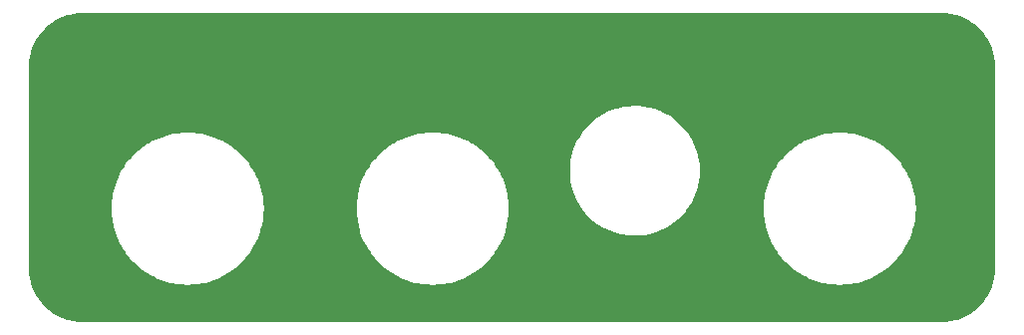
<source format=gbl>
G04 #@! TF.GenerationSoftware,KiCad,Pcbnew,6.0.5+dfsg-1~bpo11+1*
G04 #@! TF.CreationDate,2023-01-30T19:57:19+00:00*
G04 #@! TF.ProjectId,phasor_II_jack_panel,70686173-6f72-45f4-9949-5f6a61636b5f,0.1*
G04 #@! TF.SameCoordinates,Original*
G04 #@! TF.FileFunction,Copper,L2,Bot*
G04 #@! TF.FilePolarity,Positive*
%FSLAX46Y46*%
G04 Gerber Fmt 4.6, Leading zero omitted, Abs format (unit mm)*
G04 Created by KiCad (PCBNEW 6.0.5+dfsg-1~bpo11+1) date 2023-01-30 19:57:19*
%MOMM*%
%LPD*%
G01*
G04 APERTURE LIST*
G04 #@! TA.AperFunction,ViaPad*
%ADD10C,0.800000*%
G04 #@! TD*
G04 APERTURE END LIST*
D10*
X167513000Y-111252000D03*
G04 #@! TA.AperFunction,Conductor*
G36*
X193518018Y-90045000D02*
G01*
X193532851Y-90047310D01*
X193532855Y-90047310D01*
X193541724Y-90048691D01*
X193562183Y-90046016D01*
X193584008Y-90045072D01*
X193940937Y-90060656D01*
X193951886Y-90061614D01*
X194336379Y-90112233D01*
X194347205Y-90114142D01*
X194725822Y-90198080D01*
X194736439Y-90200925D01*
X194906702Y-90254608D01*
X195106302Y-90317542D01*
X195116615Y-90321295D01*
X195474932Y-90469715D01*
X195484876Y-90474353D01*
X195828867Y-90653423D01*
X195838387Y-90658919D01*
X196165468Y-90867292D01*
X196174472Y-90873597D01*
X196482138Y-91109678D01*
X196490558Y-91116743D01*
X196776483Y-91378744D01*
X196784256Y-91386517D01*
X197046257Y-91672442D01*
X197053322Y-91680862D01*
X197289403Y-91988528D01*
X197295708Y-91997532D01*
X197504081Y-92324613D01*
X197509577Y-92334133D01*
X197688643Y-92678115D01*
X197693289Y-92688077D01*
X197841702Y-93046377D01*
X197845461Y-93056706D01*
X197962075Y-93426561D01*
X197964920Y-93437178D01*
X198048858Y-93815795D01*
X198050767Y-93826621D01*
X198101386Y-94211114D01*
X198102344Y-94222064D01*
X198117603Y-94571552D01*
X198116223Y-94596429D01*
X198114309Y-94608724D01*
X198115473Y-94617626D01*
X198115473Y-94617628D01*
X198118436Y-94640283D01*
X198119500Y-94656621D01*
X198119500Y-111710633D01*
X198118000Y-111730018D01*
X198115690Y-111744851D01*
X198115690Y-111744855D01*
X198114309Y-111753724D01*
X198116984Y-111774183D01*
X198117928Y-111796008D01*
X198112825Y-111912876D01*
X198102344Y-112152936D01*
X198101386Y-112163886D01*
X198050767Y-112548379D01*
X198048858Y-112559205D01*
X197964920Y-112937822D01*
X197962075Y-112948439D01*
X197845461Y-113318294D01*
X197841702Y-113328623D01*
X197693289Y-113686923D01*
X197688643Y-113696885D01*
X197509577Y-114040867D01*
X197504081Y-114050387D01*
X197295708Y-114377468D01*
X197289403Y-114386472D01*
X197053322Y-114694138D01*
X197046257Y-114702558D01*
X196784256Y-114988483D01*
X196776483Y-114996256D01*
X196490558Y-115258257D01*
X196482138Y-115265322D01*
X196174472Y-115501403D01*
X196165468Y-115507708D01*
X195838387Y-115716081D01*
X195828868Y-115721576D01*
X195484876Y-115900647D01*
X195474932Y-115905285D01*
X195116615Y-116053705D01*
X195106302Y-116057458D01*
X194906702Y-116120392D01*
X194736439Y-116174075D01*
X194725822Y-116176920D01*
X194347205Y-116260858D01*
X194336379Y-116262767D01*
X193951886Y-116313386D01*
X193940937Y-116314344D01*
X193591446Y-116329603D01*
X193566571Y-116328223D01*
X193554276Y-116326309D01*
X193545374Y-116327473D01*
X193545372Y-116327473D01*
X193530323Y-116329441D01*
X193522714Y-116330436D01*
X193506379Y-116331500D01*
X120699367Y-116331500D01*
X120679982Y-116330000D01*
X120665149Y-116327690D01*
X120665145Y-116327690D01*
X120656276Y-116326309D01*
X120635817Y-116328984D01*
X120613992Y-116329928D01*
X120257063Y-116314344D01*
X120246114Y-116313386D01*
X119861621Y-116262767D01*
X119850795Y-116260858D01*
X119472178Y-116176920D01*
X119461561Y-116174075D01*
X119291298Y-116120392D01*
X119091698Y-116057458D01*
X119081385Y-116053705D01*
X118723068Y-115905285D01*
X118713124Y-115900647D01*
X118369132Y-115721576D01*
X118359613Y-115716081D01*
X118032532Y-115507708D01*
X118023528Y-115501403D01*
X117715862Y-115265322D01*
X117707442Y-115258257D01*
X117421517Y-114996256D01*
X117413744Y-114988483D01*
X117151743Y-114702558D01*
X117144678Y-114694138D01*
X116908597Y-114386472D01*
X116902292Y-114377468D01*
X116693919Y-114050387D01*
X116688423Y-114040867D01*
X116509357Y-113696885D01*
X116504711Y-113686923D01*
X116356298Y-113328623D01*
X116352539Y-113318294D01*
X116235925Y-112948439D01*
X116233080Y-112937822D01*
X116149142Y-112559205D01*
X116147233Y-112548379D01*
X116096614Y-112163886D01*
X116095656Y-112152936D01*
X116080561Y-111807208D01*
X116082188Y-111780805D01*
X116082769Y-111777352D01*
X116082770Y-111777345D01*
X116083576Y-111772552D01*
X116083729Y-111760000D01*
X116079773Y-111732376D01*
X116078500Y-111714514D01*
X116078500Y-106680000D01*
X123073515Y-106680000D01*
X123082473Y-106907992D01*
X123093449Y-107187355D01*
X123153128Y-107691581D01*
X123153611Y-107694008D01*
X123238840Y-108122484D01*
X123252184Y-108189571D01*
X123252854Y-108191947D01*
X123252857Y-108191959D01*
X123354087Y-108550892D01*
X123390007Y-108678254D01*
X123565747Y-109154617D01*
X123778320Y-109615723D01*
X123779518Y-109617862D01*
X123779523Y-109617872D01*
X123926432Y-109880197D01*
X124026415Y-110058729D01*
X124027787Y-110060782D01*
X124027788Y-110060784D01*
X124259134Y-110407017D01*
X124308504Y-110480905D01*
X124622846Y-110879646D01*
X124967505Y-111252495D01*
X125340354Y-111597154D01*
X125342297Y-111598686D01*
X125342302Y-111598690D01*
X125484301Y-111710633D01*
X125739095Y-111911496D01*
X126161271Y-112193585D01*
X126163419Y-112194788D01*
X126163424Y-112194791D01*
X126602128Y-112440477D01*
X126602138Y-112440482D01*
X126604277Y-112441680D01*
X126606518Y-112442713D01*
X127023423Y-112634909D01*
X127065383Y-112654253D01*
X127541746Y-112829993D01*
X127544130Y-112830665D01*
X127544135Y-112830667D01*
X128028041Y-112967143D01*
X128028053Y-112967146D01*
X128030429Y-112967816D01*
X128032849Y-112968297D01*
X128032860Y-112968300D01*
X128352734Y-113031926D01*
X128528419Y-113066872D01*
X128726236Y-113090285D01*
X129030192Y-113126261D01*
X129030200Y-113126262D01*
X129032645Y-113126551D01*
X129540000Y-113146485D01*
X130047355Y-113126551D01*
X130049800Y-113126262D01*
X130049808Y-113126261D01*
X130353764Y-113090285D01*
X130551581Y-113066872D01*
X130727266Y-113031926D01*
X131047140Y-112968300D01*
X131047151Y-112968297D01*
X131049571Y-112967816D01*
X131051947Y-112967146D01*
X131051959Y-112967143D01*
X131535865Y-112830667D01*
X131535870Y-112830665D01*
X131538254Y-112829993D01*
X132014617Y-112654253D01*
X132056578Y-112634909D01*
X132473482Y-112442713D01*
X132475723Y-112441680D01*
X132477862Y-112440482D01*
X132477872Y-112440477D01*
X132916576Y-112194791D01*
X132916581Y-112194788D01*
X132918729Y-112193585D01*
X133340905Y-111911496D01*
X133595699Y-111710633D01*
X133737698Y-111598690D01*
X133737703Y-111598686D01*
X133739646Y-111597154D01*
X134112495Y-111252495D01*
X134457154Y-110879646D01*
X134771496Y-110480905D01*
X134820867Y-110407017D01*
X135052212Y-110060784D01*
X135052213Y-110060782D01*
X135053585Y-110058729D01*
X135153568Y-109880197D01*
X135300477Y-109617872D01*
X135300482Y-109617862D01*
X135301680Y-109615723D01*
X135514253Y-109154617D01*
X135689993Y-108678254D01*
X135725913Y-108550892D01*
X135827143Y-108191959D01*
X135827146Y-108191947D01*
X135827816Y-108189571D01*
X135841161Y-108122484D01*
X135926389Y-107694008D01*
X135926872Y-107691581D01*
X135986551Y-107187355D01*
X136006485Y-106680000D01*
X143890604Y-106680000D01*
X143899562Y-106907992D01*
X143910538Y-107187355D01*
X143970217Y-107691581D01*
X143970700Y-107694008D01*
X144055929Y-108122484D01*
X144069273Y-108189571D01*
X144069943Y-108191947D01*
X144069946Y-108191959D01*
X144171176Y-108550892D01*
X144207096Y-108678254D01*
X144382836Y-109154617D01*
X144595409Y-109615723D01*
X144596607Y-109617862D01*
X144596612Y-109617872D01*
X144743521Y-109880197D01*
X144843504Y-110058729D01*
X144844876Y-110060782D01*
X144844877Y-110060784D01*
X145076223Y-110407017D01*
X145125593Y-110480905D01*
X145439935Y-110879646D01*
X145784594Y-111252495D01*
X146157443Y-111597154D01*
X146159386Y-111598686D01*
X146159391Y-111598690D01*
X146301390Y-111710633D01*
X146556184Y-111911496D01*
X146978360Y-112193585D01*
X146980508Y-112194788D01*
X146980513Y-112194791D01*
X147419217Y-112440477D01*
X147419227Y-112440482D01*
X147421366Y-112441680D01*
X147423607Y-112442713D01*
X147840512Y-112634909D01*
X147882472Y-112654253D01*
X148358835Y-112829993D01*
X148361219Y-112830665D01*
X148361224Y-112830667D01*
X148845130Y-112967143D01*
X148845142Y-112967146D01*
X148847518Y-112967816D01*
X148849938Y-112968297D01*
X148849949Y-112968300D01*
X149169823Y-113031926D01*
X149345508Y-113066872D01*
X149543325Y-113090285D01*
X149847281Y-113126261D01*
X149847289Y-113126262D01*
X149849734Y-113126551D01*
X150357089Y-113146485D01*
X150864444Y-113126551D01*
X150866889Y-113126262D01*
X150866897Y-113126261D01*
X151170853Y-113090285D01*
X151368670Y-113066872D01*
X151544355Y-113031926D01*
X151864229Y-112968300D01*
X151864240Y-112968297D01*
X151866660Y-112967816D01*
X151869036Y-112967146D01*
X151869048Y-112967143D01*
X152352954Y-112830667D01*
X152352959Y-112830665D01*
X152355343Y-112829993D01*
X152831706Y-112654253D01*
X152873667Y-112634909D01*
X153290571Y-112442713D01*
X153292812Y-112441680D01*
X153294951Y-112440482D01*
X153294961Y-112440477D01*
X153733665Y-112194791D01*
X153733670Y-112194788D01*
X153735818Y-112193585D01*
X154157994Y-111911496D01*
X154412788Y-111710633D01*
X154554787Y-111598690D01*
X154554792Y-111598686D01*
X154556735Y-111597154D01*
X154929584Y-111252495D01*
X155274243Y-110879646D01*
X155588585Y-110480905D01*
X155637956Y-110407017D01*
X155869301Y-110060784D01*
X155869302Y-110060782D01*
X155870674Y-110058729D01*
X155970657Y-109880197D01*
X156117566Y-109617872D01*
X156117571Y-109617862D01*
X156118769Y-109615723D01*
X156331342Y-109154617D01*
X156507082Y-108678254D01*
X156543002Y-108550892D01*
X156644232Y-108191959D01*
X156644235Y-108191947D01*
X156644905Y-108189571D01*
X156658250Y-108122484D01*
X156743478Y-107694008D01*
X156743961Y-107691581D01*
X156803640Y-107187355D01*
X156823574Y-106680000D01*
X156803640Y-106172645D01*
X156797817Y-106123442D01*
X156744251Y-105670871D01*
X156743961Y-105668419D01*
X156709015Y-105492734D01*
X156645389Y-105172860D01*
X156645386Y-105172849D01*
X156644905Y-105170429D01*
X156626838Y-105106366D01*
X156507756Y-104684135D01*
X156507754Y-104684130D01*
X156507082Y-104681746D01*
X156331342Y-104205383D01*
X156118769Y-103744277D01*
X156094428Y-103700812D01*
X156092959Y-103698189D01*
X161998457Y-103698189D01*
X161998677Y-103700806D01*
X161998677Y-103700812D01*
X162002327Y-103744277D01*
X162037096Y-104158330D01*
X162037538Y-104160943D01*
X162076172Y-104389356D01*
X162114104Y-104613623D01*
X162228939Y-105060877D01*
X162380796Y-105496952D01*
X162568611Y-105918791D01*
X162791066Y-106323434D01*
X162792518Y-106325620D01*
X162792522Y-106325626D01*
X162921013Y-106519020D01*
X163046600Y-106708044D01*
X163333421Y-107069923D01*
X163649518Y-107406531D01*
X163992672Y-107715509D01*
X164360478Y-107994689D01*
X164362709Y-107996105D01*
X164362715Y-107996109D01*
X164663733Y-108187140D01*
X164750355Y-108242112D01*
X164752682Y-108243328D01*
X164752688Y-108243332D01*
X165157231Y-108454822D01*
X165157236Y-108454824D01*
X165159569Y-108456044D01*
X165585248Y-108634983D01*
X165587756Y-108635798D01*
X165587759Y-108635799D01*
X166021893Y-108776858D01*
X166021897Y-108776859D01*
X166024408Y-108777675D01*
X166345591Y-108853008D01*
X166471392Y-108882514D01*
X166471396Y-108882515D01*
X166473968Y-108883118D01*
X166476585Y-108883505D01*
X166476588Y-108883505D01*
X166928153Y-108950187D01*
X166928157Y-108950187D01*
X166930775Y-108950574D01*
X167391624Y-108979568D01*
X167394256Y-108979513D01*
X167394263Y-108979513D01*
X167570282Y-108975825D01*
X167853283Y-108969897D01*
X168312513Y-108921630D01*
X168766094Y-108835105D01*
X168768623Y-108834399D01*
X168768631Y-108834397D01*
X169208310Y-108711637D01*
X169208321Y-108711633D01*
X169210844Y-108710929D01*
X169486946Y-108608247D01*
X169641171Y-108550892D01*
X169641177Y-108550889D01*
X169643644Y-108549972D01*
X170061457Y-108353364D01*
X170461353Y-108122484D01*
X170840527Y-107858951D01*
X171196319Y-107564614D01*
X171526234Y-107241538D01*
X171573004Y-107187355D01*
X171826223Y-106893997D01*
X171827958Y-106891987D01*
X171981976Y-106680000D01*
X178445515Y-106680000D01*
X178454473Y-106907992D01*
X178465449Y-107187355D01*
X178525128Y-107691581D01*
X178525611Y-107694008D01*
X178610840Y-108122484D01*
X178624184Y-108189571D01*
X178624854Y-108191947D01*
X178624857Y-108191959D01*
X178726087Y-108550892D01*
X178762007Y-108678254D01*
X178937747Y-109154617D01*
X179150320Y-109615723D01*
X179151518Y-109617862D01*
X179151523Y-109617872D01*
X179298432Y-109880197D01*
X179398415Y-110058729D01*
X179399787Y-110060782D01*
X179399788Y-110060784D01*
X179631134Y-110407017D01*
X179680504Y-110480905D01*
X179994846Y-110879646D01*
X180339505Y-111252495D01*
X180712354Y-111597154D01*
X180714297Y-111598686D01*
X180714302Y-111598690D01*
X180856301Y-111710633D01*
X181111095Y-111911496D01*
X181533271Y-112193585D01*
X181535419Y-112194788D01*
X181535424Y-112194791D01*
X181974128Y-112440477D01*
X181974138Y-112440482D01*
X181976277Y-112441680D01*
X181978518Y-112442713D01*
X182395423Y-112634909D01*
X182437383Y-112654253D01*
X182913746Y-112829993D01*
X182916130Y-112830665D01*
X182916135Y-112830667D01*
X183400041Y-112967143D01*
X183400053Y-112967146D01*
X183402429Y-112967816D01*
X183404849Y-112968297D01*
X183404860Y-112968300D01*
X183724734Y-113031926D01*
X183900419Y-113066872D01*
X184098236Y-113090285D01*
X184402192Y-113126261D01*
X184402200Y-113126262D01*
X184404645Y-113126551D01*
X184912000Y-113146485D01*
X185419355Y-113126551D01*
X185421800Y-113126262D01*
X185421808Y-113126261D01*
X185725764Y-113090285D01*
X185923581Y-113066872D01*
X186099266Y-113031926D01*
X186419140Y-112968300D01*
X186419151Y-112968297D01*
X186421571Y-112967816D01*
X186423947Y-112967146D01*
X186423959Y-112967143D01*
X186907865Y-112830667D01*
X186907870Y-112830665D01*
X186910254Y-112829993D01*
X187386617Y-112654253D01*
X187428578Y-112634909D01*
X187845482Y-112442713D01*
X187847723Y-112441680D01*
X187849862Y-112440482D01*
X187849872Y-112440477D01*
X188288576Y-112194791D01*
X188288581Y-112194788D01*
X188290729Y-112193585D01*
X188712905Y-111911496D01*
X188967699Y-111710633D01*
X189109698Y-111598690D01*
X189109703Y-111598686D01*
X189111646Y-111597154D01*
X189484495Y-111252495D01*
X189829154Y-110879646D01*
X190143496Y-110480905D01*
X190192867Y-110407017D01*
X190424212Y-110060784D01*
X190424213Y-110060782D01*
X190425585Y-110058729D01*
X190525568Y-109880197D01*
X190672477Y-109617872D01*
X190672482Y-109617862D01*
X190673680Y-109615723D01*
X190886253Y-109154617D01*
X191061993Y-108678254D01*
X191097913Y-108550892D01*
X191199143Y-108191959D01*
X191199146Y-108191947D01*
X191199816Y-108189571D01*
X191213161Y-108122484D01*
X191298389Y-107694008D01*
X191298872Y-107691581D01*
X191358551Y-107187355D01*
X191378485Y-106680000D01*
X191358551Y-106172645D01*
X191352728Y-106123442D01*
X191299162Y-105670871D01*
X191298872Y-105668419D01*
X191263926Y-105492734D01*
X191200300Y-105172860D01*
X191200297Y-105172849D01*
X191199816Y-105170429D01*
X191181749Y-105106366D01*
X191062667Y-104684135D01*
X191062665Y-104684130D01*
X191061993Y-104681746D01*
X190886253Y-104205383D01*
X190673680Y-103744277D01*
X190649339Y-103700812D01*
X190426791Y-103303424D01*
X190426788Y-103303419D01*
X190425585Y-103301271D01*
X190264529Y-103060233D01*
X190144876Y-102881160D01*
X190144873Y-102881156D01*
X190143496Y-102879095D01*
X189882352Y-102547835D01*
X189830690Y-102482302D01*
X189830686Y-102482297D01*
X189829154Y-102480354D01*
X189684269Y-102323618D01*
X189486158Y-102109304D01*
X189484495Y-102107505D01*
X189475004Y-102098732D01*
X189113466Y-101764528D01*
X189113460Y-101764523D01*
X189111646Y-101762846D01*
X188982349Y-101660916D01*
X188714853Y-101450040D01*
X188712905Y-101448504D01*
X188693089Y-101435263D01*
X188292784Y-101167788D01*
X188292782Y-101167787D01*
X188290729Y-101166415D01*
X188244617Y-101140591D01*
X187849872Y-100919523D01*
X187849862Y-100919518D01*
X187847723Y-100918320D01*
X187386617Y-100705747D01*
X186910254Y-100530007D01*
X186907870Y-100529335D01*
X186907865Y-100529333D01*
X186423959Y-100392857D01*
X186423947Y-100392854D01*
X186421571Y-100392184D01*
X186419151Y-100391703D01*
X186419140Y-100391700D01*
X186099266Y-100328074D01*
X185923581Y-100293128D01*
X185725764Y-100269715D01*
X185421808Y-100233739D01*
X185421800Y-100233738D01*
X185419355Y-100233449D01*
X184912000Y-100213515D01*
X184404645Y-100233449D01*
X184402200Y-100233738D01*
X184402192Y-100233739D01*
X184098236Y-100269715D01*
X183900419Y-100293128D01*
X183724734Y-100328074D01*
X183404860Y-100391700D01*
X183404849Y-100391703D01*
X183402429Y-100392184D01*
X183400053Y-100392854D01*
X183400041Y-100392857D01*
X182916135Y-100529333D01*
X182916130Y-100529335D01*
X182913746Y-100530007D01*
X182437383Y-100705747D01*
X181976277Y-100918320D01*
X181974138Y-100919518D01*
X181974128Y-100919523D01*
X181579383Y-101140591D01*
X181533271Y-101166415D01*
X181531218Y-101167787D01*
X181531216Y-101167788D01*
X181130912Y-101435263D01*
X181111095Y-101448504D01*
X181109147Y-101450040D01*
X180841652Y-101660916D01*
X180712354Y-101762846D01*
X180710540Y-101764523D01*
X180710534Y-101764528D01*
X180348996Y-102098732D01*
X180339505Y-102107505D01*
X180337842Y-102109304D01*
X180139732Y-102323618D01*
X179994846Y-102480354D01*
X179993314Y-102482297D01*
X179993310Y-102482302D01*
X179941648Y-102547835D01*
X179680504Y-102879095D01*
X179679127Y-102881156D01*
X179679124Y-102881160D01*
X179559471Y-103060233D01*
X179398415Y-103301271D01*
X179397212Y-103303419D01*
X179397209Y-103303424D01*
X179174662Y-103700812D01*
X179150320Y-103744277D01*
X178937747Y-104205383D01*
X178762007Y-104681746D01*
X178761335Y-104684130D01*
X178761333Y-104684135D01*
X178642252Y-105106366D01*
X178624184Y-105170429D01*
X178623703Y-105172849D01*
X178623700Y-105172860D01*
X178560074Y-105492734D01*
X178525128Y-105668419D01*
X178524838Y-105670871D01*
X178471273Y-106123442D01*
X178465449Y-106172645D01*
X178445515Y-106680000D01*
X171981976Y-106680000D01*
X172099374Y-106518416D01*
X172338578Y-106123442D01*
X172543893Y-105709838D01*
X172713878Y-105280505D01*
X172847341Y-104838453D01*
X172880651Y-104681746D01*
X172942800Y-104389356D01*
X172943347Y-104386783D01*
X173001220Y-103928664D01*
X173020557Y-103467309D01*
X173001220Y-103005954D01*
X172943347Y-102547835D01*
X172895688Y-102323618D01*
X172847887Y-102098732D01*
X172847885Y-102098724D01*
X172847341Y-102096165D01*
X172713878Y-101654113D01*
X172543893Y-101224780D01*
X172338578Y-100811176D01*
X172167888Y-100529333D01*
X172100740Y-100418457D01*
X172100736Y-100418451D01*
X172099374Y-100416202D01*
X171827958Y-100042631D01*
X171526234Y-99693080D01*
X171196319Y-99370004D01*
X170840527Y-99075667D01*
X170461353Y-98812134D01*
X170061457Y-98581254D01*
X169643644Y-98384646D01*
X169641177Y-98383729D01*
X169641171Y-98383726D01*
X169412862Y-98298819D01*
X169210844Y-98223689D01*
X169208321Y-98222985D01*
X169208310Y-98222981D01*
X168768631Y-98100221D01*
X168768623Y-98100219D01*
X168766094Y-98099513D01*
X168312513Y-98012988D01*
X167853283Y-97964721D01*
X167570282Y-97958793D01*
X167394263Y-97955105D01*
X167394256Y-97955105D01*
X167391624Y-97955050D01*
X166930775Y-97984044D01*
X166928157Y-97984431D01*
X166928153Y-97984431D01*
X166476588Y-98051113D01*
X166476585Y-98051113D01*
X166473968Y-98051500D01*
X166471396Y-98052103D01*
X166471392Y-98052104D01*
X166345591Y-98081610D01*
X166024408Y-98156943D01*
X166021897Y-98157759D01*
X166021893Y-98157760D01*
X165821164Y-98222981D01*
X165585248Y-98299635D01*
X165159569Y-98478574D01*
X165157236Y-98479794D01*
X165157231Y-98479796D01*
X164752688Y-98691286D01*
X164752682Y-98691290D01*
X164750355Y-98692506D01*
X164748127Y-98693920D01*
X164362715Y-98938509D01*
X164362709Y-98938513D01*
X164360478Y-98939929D01*
X163992672Y-99219109D01*
X163649518Y-99528087D01*
X163333421Y-99864695D01*
X163046600Y-100226574D01*
X163045137Y-100228776D01*
X162845448Y-100529333D01*
X162791066Y-100611184D01*
X162568611Y-101015827D01*
X162380796Y-101437666D01*
X162228939Y-101873741D01*
X162114104Y-102320995D01*
X162113662Y-102323610D01*
X162113660Y-102323618D01*
X162075736Y-102547835D01*
X162037096Y-102776288D01*
X161998457Y-103236429D01*
X161998457Y-103698189D01*
X156092959Y-103698189D01*
X155871880Y-103303424D01*
X155871877Y-103303419D01*
X155870674Y-103301271D01*
X155709618Y-103060233D01*
X155589965Y-102881160D01*
X155589962Y-102881156D01*
X155588585Y-102879095D01*
X155327441Y-102547835D01*
X155275779Y-102482302D01*
X155275775Y-102482297D01*
X155274243Y-102480354D01*
X155129358Y-102323618D01*
X154931247Y-102109304D01*
X154929584Y-102107505D01*
X154920093Y-102098732D01*
X154558555Y-101764528D01*
X154558549Y-101764523D01*
X154556735Y-101762846D01*
X154427438Y-101660916D01*
X154159942Y-101450040D01*
X154157994Y-101448504D01*
X154138178Y-101435263D01*
X153737873Y-101167788D01*
X153737871Y-101167787D01*
X153735818Y-101166415D01*
X153689706Y-101140591D01*
X153294961Y-100919523D01*
X153294951Y-100919518D01*
X153292812Y-100918320D01*
X152831706Y-100705747D01*
X152355343Y-100530007D01*
X152352959Y-100529335D01*
X152352954Y-100529333D01*
X151869048Y-100392857D01*
X151869036Y-100392854D01*
X151866660Y-100392184D01*
X151864240Y-100391703D01*
X151864229Y-100391700D01*
X151544355Y-100328074D01*
X151368670Y-100293128D01*
X151170853Y-100269715D01*
X150866897Y-100233739D01*
X150866889Y-100233738D01*
X150864444Y-100233449D01*
X150357089Y-100213515D01*
X149849734Y-100233449D01*
X149847289Y-100233738D01*
X149847281Y-100233739D01*
X149543325Y-100269715D01*
X149345508Y-100293128D01*
X149169823Y-100328074D01*
X148849949Y-100391700D01*
X148849938Y-100391703D01*
X148847518Y-100392184D01*
X148845142Y-100392854D01*
X148845130Y-100392857D01*
X148361224Y-100529333D01*
X148361219Y-100529335D01*
X148358835Y-100530007D01*
X147882472Y-100705747D01*
X147421366Y-100918320D01*
X147419227Y-100919518D01*
X147419217Y-100919523D01*
X147024472Y-101140591D01*
X146978360Y-101166415D01*
X146976307Y-101167787D01*
X146976305Y-101167788D01*
X146576001Y-101435263D01*
X146556184Y-101448504D01*
X146554236Y-101450040D01*
X146286741Y-101660916D01*
X146157443Y-101762846D01*
X146155629Y-101764523D01*
X146155623Y-101764528D01*
X145794085Y-102098732D01*
X145784594Y-102107505D01*
X145782931Y-102109304D01*
X145584821Y-102323618D01*
X145439935Y-102480354D01*
X145438403Y-102482297D01*
X145438399Y-102482302D01*
X145386737Y-102547835D01*
X145125593Y-102879095D01*
X145124216Y-102881156D01*
X145124213Y-102881160D01*
X145004560Y-103060233D01*
X144843504Y-103301271D01*
X144842301Y-103303419D01*
X144842298Y-103303424D01*
X144619751Y-103700812D01*
X144595409Y-103744277D01*
X144382836Y-104205383D01*
X144207096Y-104681746D01*
X144206424Y-104684130D01*
X144206422Y-104684135D01*
X144087341Y-105106366D01*
X144069273Y-105170429D01*
X144068792Y-105172849D01*
X144068789Y-105172860D01*
X144005163Y-105492734D01*
X143970217Y-105668419D01*
X143969927Y-105670871D01*
X143916362Y-106123442D01*
X143910538Y-106172645D01*
X143890604Y-106680000D01*
X136006485Y-106680000D01*
X135986551Y-106172645D01*
X135980728Y-106123442D01*
X135927162Y-105670871D01*
X135926872Y-105668419D01*
X135891926Y-105492734D01*
X135828300Y-105172860D01*
X135828297Y-105172849D01*
X135827816Y-105170429D01*
X135809749Y-105106366D01*
X135690667Y-104684135D01*
X135690665Y-104684130D01*
X135689993Y-104681746D01*
X135514253Y-104205383D01*
X135301680Y-103744277D01*
X135277339Y-103700812D01*
X135054791Y-103303424D01*
X135054788Y-103303419D01*
X135053585Y-103301271D01*
X134892529Y-103060233D01*
X134772876Y-102881160D01*
X134772873Y-102881156D01*
X134771496Y-102879095D01*
X134510352Y-102547835D01*
X134458690Y-102482302D01*
X134458686Y-102482297D01*
X134457154Y-102480354D01*
X134312269Y-102323618D01*
X134114158Y-102109304D01*
X134112495Y-102107505D01*
X134103004Y-102098732D01*
X133741466Y-101764528D01*
X133741460Y-101764523D01*
X133739646Y-101762846D01*
X133610349Y-101660916D01*
X133342853Y-101450040D01*
X133340905Y-101448504D01*
X133321089Y-101435263D01*
X132920784Y-101167788D01*
X132920782Y-101167787D01*
X132918729Y-101166415D01*
X132872617Y-101140591D01*
X132477872Y-100919523D01*
X132477862Y-100919518D01*
X132475723Y-100918320D01*
X132014617Y-100705747D01*
X131538254Y-100530007D01*
X131535870Y-100529335D01*
X131535865Y-100529333D01*
X131051959Y-100392857D01*
X131051947Y-100392854D01*
X131049571Y-100392184D01*
X131047151Y-100391703D01*
X131047140Y-100391700D01*
X130727266Y-100328074D01*
X130551581Y-100293128D01*
X130353764Y-100269715D01*
X130049808Y-100233739D01*
X130049800Y-100233738D01*
X130047355Y-100233449D01*
X129540000Y-100213515D01*
X129032645Y-100233449D01*
X129030200Y-100233738D01*
X129030192Y-100233739D01*
X128726236Y-100269715D01*
X128528419Y-100293128D01*
X128352734Y-100328074D01*
X128032860Y-100391700D01*
X128032849Y-100391703D01*
X128030429Y-100392184D01*
X128028053Y-100392854D01*
X128028041Y-100392857D01*
X127544135Y-100529333D01*
X127544130Y-100529335D01*
X127541746Y-100530007D01*
X127065383Y-100705747D01*
X126604277Y-100918320D01*
X126602138Y-100919518D01*
X126602128Y-100919523D01*
X126207383Y-101140591D01*
X126161271Y-101166415D01*
X126159218Y-101167787D01*
X126159216Y-101167788D01*
X125758912Y-101435263D01*
X125739095Y-101448504D01*
X125737147Y-101450040D01*
X125469652Y-101660916D01*
X125340354Y-101762846D01*
X125338540Y-101764523D01*
X125338534Y-101764528D01*
X124976996Y-102098732D01*
X124967505Y-102107505D01*
X124965842Y-102109304D01*
X124767732Y-102323618D01*
X124622846Y-102480354D01*
X124621314Y-102482297D01*
X124621310Y-102482302D01*
X124569648Y-102547835D01*
X124308504Y-102879095D01*
X124307127Y-102881156D01*
X124307124Y-102881160D01*
X124187471Y-103060233D01*
X124026415Y-103301271D01*
X124025212Y-103303419D01*
X124025209Y-103303424D01*
X123802662Y-103700812D01*
X123778320Y-103744277D01*
X123565747Y-104205383D01*
X123390007Y-104681746D01*
X123389335Y-104684130D01*
X123389333Y-104684135D01*
X123270252Y-105106366D01*
X123252184Y-105170429D01*
X123251703Y-105172849D01*
X123251700Y-105172860D01*
X123188074Y-105492734D01*
X123153128Y-105668419D01*
X123152838Y-105670871D01*
X123099273Y-106123442D01*
X123093449Y-106172645D01*
X123073515Y-106680000D01*
X116078500Y-106680000D01*
X116078500Y-94668250D01*
X116080246Y-94647345D01*
X116082770Y-94632344D01*
X116082770Y-94632341D01*
X116083576Y-94627552D01*
X116083729Y-94615000D01*
X116083039Y-94610184D01*
X116083039Y-94610178D01*
X116081387Y-94598644D01*
X116080234Y-94575284D01*
X116095656Y-94222064D01*
X116096614Y-94211114D01*
X116147233Y-93826621D01*
X116149142Y-93815795D01*
X116233080Y-93437178D01*
X116235925Y-93426561D01*
X116352539Y-93056706D01*
X116356298Y-93046377D01*
X116504711Y-92688077D01*
X116509357Y-92678115D01*
X116688423Y-92334133D01*
X116693919Y-92324613D01*
X116902292Y-91997532D01*
X116908597Y-91988528D01*
X117144678Y-91680862D01*
X117151743Y-91672442D01*
X117413744Y-91386517D01*
X117421517Y-91378744D01*
X117707442Y-91116743D01*
X117715862Y-91109678D01*
X118023528Y-90873597D01*
X118032532Y-90867292D01*
X118359613Y-90658919D01*
X118369133Y-90653423D01*
X118713124Y-90474353D01*
X118723068Y-90469715D01*
X119081385Y-90321295D01*
X119091698Y-90317542D01*
X119291298Y-90254608D01*
X119461561Y-90200925D01*
X119472178Y-90198080D01*
X119850795Y-90114142D01*
X119861621Y-90112233D01*
X120246114Y-90061614D01*
X120257063Y-90060656D01*
X120606554Y-90045397D01*
X120631429Y-90046777D01*
X120643724Y-90048691D01*
X120652626Y-90047527D01*
X120652628Y-90047527D01*
X120671399Y-90045072D01*
X120675286Y-90044564D01*
X120691621Y-90043500D01*
X193498633Y-90043500D01*
X193518018Y-90045000D01*
G37*
G04 #@! TD.AperFunction*
M02*

</source>
